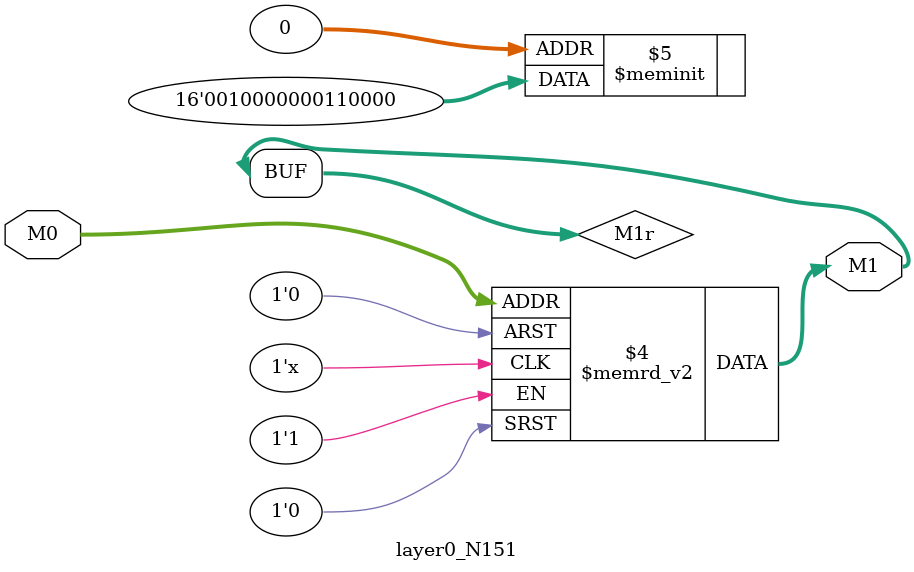
<source format=v>
module layer0_N151 ( input [2:0] M0, output [1:0] M1 );

	(*rom_style = "distributed" *) reg [1:0] M1r;
	assign M1 = M1r;
	always @ (M0) begin
		case (M0)
			3'b000: M1r = 2'b00;
			3'b100: M1r = 2'b00;
			3'b010: M1r = 2'b11;
			3'b110: M1r = 2'b10;
			3'b001: M1r = 2'b00;
			3'b101: M1r = 2'b00;
			3'b011: M1r = 2'b00;
			3'b111: M1r = 2'b00;

		endcase
	end
endmodule

</source>
